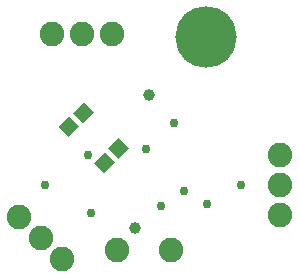
<source format=gbr>
G04 EAGLE Gerber RS-274X export*
G75*
%MOMM*%
%FSLAX34Y34*%
%LPD*%
%INSoldermask Bottom*%
%IPPOS*%
%AMOC8*
5,1,8,0,0,1.08239X$1,22.5*%
G01*
G04 Define Apertures*
%ADD10C,5.203200*%
%ADD11C,2.082800*%
%ADD12R,1.303200X1.203200*%
%ADD13C,0.753200*%
%ADD14C,1.003200*%
D10*
X175000Y205000D03*
D11*
X145000Y25000D03*
X100000Y25000D03*
X44600Y207500D03*
X70000Y207500D03*
X95400Y207500D03*
X237500Y105400D03*
X237500Y80000D03*
X237500Y54600D03*
X52961Y17039D03*
X35000Y35000D03*
X17039Y52961D03*
D12*
G36*
X67851Y129343D02*
X58637Y120129D01*
X50129Y128637D01*
X59343Y137851D01*
X67851Y129343D01*
G37*
G36*
X79871Y141363D02*
X70657Y132149D01*
X62149Y140657D01*
X71363Y149871D01*
X79871Y141363D01*
G37*
G36*
X97851Y99343D02*
X88637Y90129D01*
X80129Y98637D01*
X89343Y107851D01*
X97851Y99343D01*
G37*
G36*
X109871Y111363D02*
X100657Y102149D01*
X92149Y110657D01*
X101363Y119871D01*
X109871Y111363D01*
G37*
D13*
X137000Y62000D03*
X75000Y105000D03*
D14*
X127000Y156000D03*
X115000Y43000D03*
D13*
X78000Y56000D03*
X205000Y80000D03*
X156000Y75000D03*
X176000Y64000D03*
X124000Y110000D03*
X39000Y80000D03*
X148000Y132000D03*
M02*

</source>
